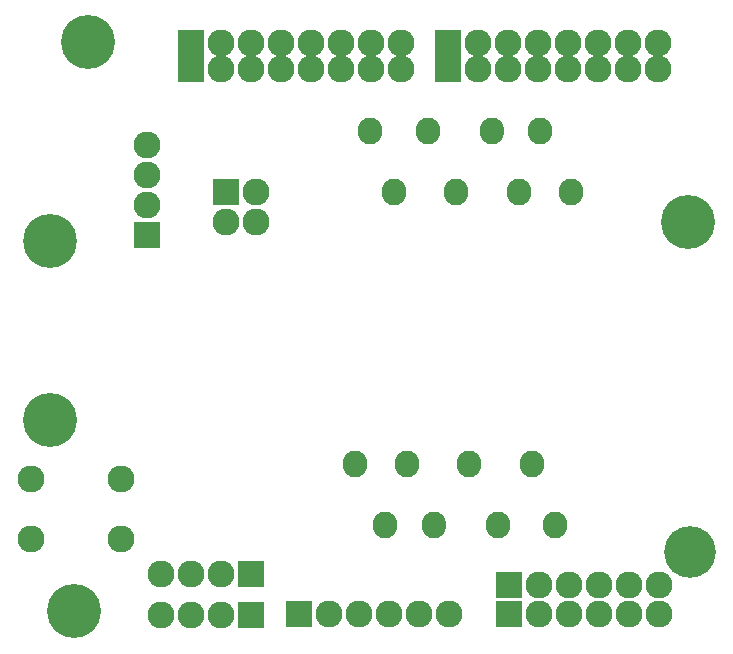
<source format=gbs>
G04 (created by PCBNEW-RS274X (2011-nov-30)-testing) date Wed 20 Jun 2012 12:50:12 PM EDT*
%MOIN*%
G04 Gerber Fmt 3.4, Leading zero omitted, Abs format*
%FSLAX34Y34*%
G01*
G70*
G90*
G04 APERTURE LIST*
%ADD10C,0.006*%
%ADD11R,0.09X0.09*%
%ADD12C,0.09*%
%ADD13O,0.0811X0.089*%
%ADD14O,0.081X0.0889*%
%ADD15C,0.1721*%
%ADD16C,0.18*%
%ADD17C,0.1799*%
G04 APERTURE END LIST*
G54D10*
G54D11*
X7587Y15524D03*
G54D12*
X8587Y15524D03*
X7587Y14524D03*
X8587Y14524D03*
G54D11*
X9996Y1480D03*
G54D12*
X10996Y1480D03*
X11996Y1480D03*
X12996Y1480D03*
X13996Y1480D03*
X14996Y1480D03*
X4075Y5984D03*
X4075Y3984D03*
X1076Y5984D03*
X1076Y3984D03*
G54D11*
X6420Y19640D03*
G54D12*
X7420Y19640D03*
X8420Y19640D03*
X9420Y19640D03*
X10420Y19640D03*
X11420Y19640D03*
X12420Y19640D03*
X13420Y19640D03*
G54D11*
X14980Y20509D03*
G54D12*
X15980Y20509D03*
X16980Y20509D03*
X17980Y20509D03*
X18980Y20509D03*
X19980Y20509D03*
X20980Y20509D03*
X21980Y20509D03*
G54D11*
X14970Y19640D03*
G54D12*
X15970Y19640D03*
X16970Y19640D03*
X17970Y19640D03*
X18970Y19640D03*
X19970Y19640D03*
X20970Y19640D03*
X21970Y19640D03*
G54D11*
X6398Y20508D03*
G54D12*
X7398Y20508D03*
X8398Y20508D03*
X9398Y20508D03*
X10398Y20508D03*
X11398Y20508D03*
X12398Y20508D03*
X13398Y20508D03*
G54D11*
X17004Y1480D03*
G54D12*
X18004Y1480D03*
X19004Y1480D03*
X20004Y1480D03*
X21004Y1480D03*
X22004Y1480D03*
G54D11*
X17004Y2425D03*
G54D12*
X18004Y2425D03*
X19004Y2425D03*
X20004Y2425D03*
X21004Y2425D03*
X22004Y2425D03*
G54D11*
X8406Y1441D03*
G54D12*
X7406Y1441D03*
X6406Y1441D03*
X5406Y1441D03*
G54D13*
X12376Y17583D03*
X13165Y15535D03*
X14305Y17583D03*
X15251Y15535D03*
G54D14*
X16430Y17583D03*
G54D13*
X17338Y15535D03*
X18046Y17583D03*
X19070Y15535D03*
X18560Y4434D03*
X17771Y6482D03*
X16631Y4434D03*
X15685Y6482D03*
G54D14*
X14506Y4434D03*
G54D13*
X13598Y6482D03*
X12890Y4434D03*
X11866Y6482D03*
G54D15*
X23047Y3528D03*
G54D16*
X2496Y1559D03*
X2969Y20535D03*
X22969Y14551D03*
X1708Y7937D03*
G54D17*
X1707Y13921D03*
G54D11*
X4937Y14114D03*
G54D12*
X4937Y15114D03*
X4937Y16114D03*
X4937Y17114D03*
G54D11*
X8406Y2819D03*
G54D12*
X7406Y2819D03*
X6406Y2819D03*
X5406Y2819D03*
M02*

</source>
